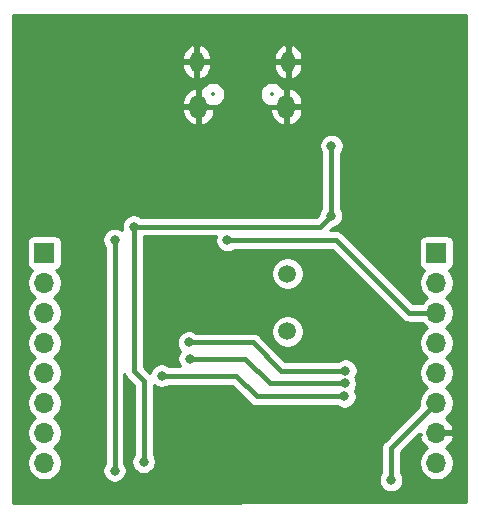
<source format=gbr>
%TF.GenerationSoftware,KiCad,Pcbnew,(5.1.12)-1*%
%TF.CreationDate,2021-12-10T16:35:34+08:00*%
%TF.ProjectId,PDIUSBD12_Module,50444955-5342-4443-9132-5f4d6f64756c,rev?*%
%TF.SameCoordinates,Original*%
%TF.FileFunction,Copper,L2,Bot*%
%TF.FilePolarity,Positive*%
%FSLAX46Y46*%
G04 Gerber Fmt 4.6, Leading zero omitted, Abs format (unit mm)*
G04 Created by KiCad (PCBNEW (5.1.12)-1) date 2021-12-10 16:35:34*
%MOMM*%
%LPD*%
G01*
G04 APERTURE LIST*
%TA.AperFunction,ComponentPad*%
%ADD10C,1.500000*%
%TD*%
%TA.AperFunction,ComponentPad*%
%ADD11O,1.150000X1.800000*%
%TD*%
%TA.AperFunction,ComponentPad*%
%ADD12O,1.450000X2.000000*%
%TD*%
%TA.AperFunction,ComponentPad*%
%ADD13O,1.700000X1.700000*%
%TD*%
%TA.AperFunction,ComponentPad*%
%ADD14R,1.700000X1.700000*%
%TD*%
%TA.AperFunction,ViaPad*%
%ADD15C,0.800000*%
%TD*%
%TA.AperFunction,Conductor*%
%ADD16C,0.400000*%
%TD*%
%TA.AperFunction,Conductor*%
%ADD17C,0.254000*%
%TD*%
%TA.AperFunction,Conductor*%
%ADD18C,0.350000*%
%TD*%
%ADD19C,0.350000*%
%ADD20O,0.550000X1.200000*%
%ADD21O,0.850000X1.400000*%
G04 APERTURE END LIST*
D10*
%TO.P,Y1,2*%
%TO.N,X1*%
X23850600Y15160600D03*
%TO.P,Y1,1*%
%TO.N,X2*%
X23850600Y20040600D03*
%TD*%
D11*
%TO.P,J3,6*%
%TO.N,GND*%
X16165600Y37992600D03*
X23915600Y37992600D03*
D12*
X16315600Y34192600D03*
X23765600Y34192600D03*
%TD*%
D13*
%TO.P,J2,8*%
%TO.N,D7*%
X3276600Y4038600D03*
%TO.P,J2,7*%
%TO.N,D6*%
X3276600Y6578600D03*
%TO.P,J2,6*%
%TO.N,D5*%
X3276600Y9118600D03*
%TO.P,J2,5*%
%TO.N,D4*%
X3276600Y11658600D03*
%TO.P,J2,4*%
%TO.N,D3*%
X3276600Y14198600D03*
%TO.P,J2,3*%
%TO.N,D2*%
X3276600Y16738600D03*
%TO.P,J2,2*%
%TO.N,D1*%
X3276600Y19278600D03*
D14*
%TO.P,J2,1*%
%TO.N,D0*%
X3276600Y21818600D03*
%TD*%
%TO.P,J1,1*%
%TO.N,WR*%
X36474400Y21818600D03*
D13*
%TO.P,J1,2*%
%TO.N,RD*%
X36474400Y19278600D03*
%TO.P,J1,3*%
%TO.N,A0*%
X36474400Y16738600D03*
%TO.P,J1,4*%
%TO.N,INT*%
X36474400Y14198600D03*
%TO.P,J1,5*%
%TO.N,N/C*%
X36474400Y11658600D03*
%TO.P,J1,6*%
%TO.N,+3V3*%
X36474400Y9118600D03*
%TO.P,J1,7*%
%TO.N,GND*%
X36474400Y6578600D03*
%TO.P,J1,8*%
%TO.N,+5V*%
X36474400Y4038600D03*
%TD*%
D15*
%TO.N,GND*%
X27660600Y18161000D03*
X15214600Y17627600D03*
%TO.N,+3V3*%
X9220200Y3378200D03*
X9220200Y22910800D03*
X32639000Y2565400D03*
%TO.N,+5V*%
X11684000Y4114800D03*
X10845800Y24028400D03*
X27584400Y30861000D03*
X27559000Y24968200D03*
%TO.N,INT*%
X13208000Y11404600D03*
X28676600Y9652000D03*
%TO.N,A0*%
X18770600Y22885400D03*
%TO.N,RD*%
X15570200Y12852400D03*
X28702000Y10769600D03*
%TO.N,WR*%
X15519400Y14224000D03*
X28752800Y11836400D03*
%TD*%
D16*
%TO.N,GND*%
X27660600Y18161000D02*
X15748000Y18161000D01*
X15748000Y18161000D02*
X15214600Y17627600D01*
X15214600Y17627600D02*
X15214600Y17627600D01*
%TO.N,+3V3*%
X9220200Y3378200D02*
X9220200Y22910800D01*
X9220200Y22910800D02*
X9220200Y22910800D01*
X32639000Y5283200D02*
X36474400Y9118600D01*
X32639000Y2565400D02*
X32639000Y5283200D01*
%TO.N,+5V*%
X10845800Y24028400D02*
X10845800Y24028400D01*
X27584400Y30861000D02*
X27584400Y30861000D01*
X26619200Y24028400D02*
X27559000Y24968200D01*
X10845800Y24028400D02*
X26619200Y24028400D01*
X27559000Y30835600D02*
X27584400Y30861000D01*
X27559000Y24968200D02*
X27559000Y30835600D01*
X11684000Y10947400D02*
X10845800Y11785600D01*
X11684000Y4114800D02*
X11684000Y10947400D01*
X10845800Y11785600D02*
X10845800Y24028400D01*
%TO.N,INT*%
X13208000Y11404600D02*
X19507200Y11404600D01*
X19507200Y11404600D02*
X21259800Y9652000D01*
X21259800Y9652000D02*
X28676600Y9652000D01*
X28676600Y9652000D02*
X28676600Y9652000D01*
%TO.N,A0*%
X36474400Y16738600D02*
X34112200Y16738600D01*
X27965400Y22885400D02*
X26873200Y22885400D01*
X34112200Y16738600D02*
X27965400Y22885400D01*
X18770600Y22885400D02*
X26873200Y22885400D01*
%TO.N,RD*%
X15570200Y12852400D02*
X20294600Y12852400D01*
X20294600Y12852400D02*
X22377400Y10769600D01*
X22377400Y10769600D02*
X28702000Y10769600D01*
X28702000Y10769600D02*
X28702000Y10769600D01*
%TO.N,WR*%
X15519400Y14224000D02*
X20904200Y14224000D01*
X20904200Y14224000D02*
X23291800Y11836400D01*
X23291800Y11836400D02*
X28752800Y11836400D01*
X28752800Y11836400D02*
X28752800Y11836400D01*
%TD*%
D17*
%TO.N,GND*%
X38963607Y684976D02*
X660000Y660423D01*
X660000Y22668600D01*
X1788528Y22668600D01*
X1788528Y20968600D01*
X1800788Y20844118D01*
X1837098Y20724420D01*
X1896063Y20614106D01*
X1975415Y20517415D01*
X2072106Y20438063D01*
X2182420Y20379098D01*
X2254980Y20357087D01*
X2123125Y20225232D01*
X1960610Y19982011D01*
X1848668Y19711758D01*
X1791600Y19424860D01*
X1791600Y19132340D01*
X1848668Y18845442D01*
X1960610Y18575189D01*
X2123125Y18331968D01*
X2329968Y18125125D01*
X2504360Y18008600D01*
X2329968Y17892075D01*
X2123125Y17685232D01*
X1960610Y17442011D01*
X1848668Y17171758D01*
X1791600Y16884860D01*
X1791600Y16592340D01*
X1848668Y16305442D01*
X1960610Y16035189D01*
X2123125Y15791968D01*
X2329968Y15585125D01*
X2504360Y15468600D01*
X2329968Y15352075D01*
X2123125Y15145232D01*
X1960610Y14902011D01*
X1848668Y14631758D01*
X1791600Y14344860D01*
X1791600Y14052340D01*
X1848668Y13765442D01*
X1960610Y13495189D01*
X2123125Y13251968D01*
X2329968Y13045125D01*
X2504360Y12928600D01*
X2329968Y12812075D01*
X2123125Y12605232D01*
X1960610Y12362011D01*
X1848668Y12091758D01*
X1791600Y11804860D01*
X1791600Y11512340D01*
X1848668Y11225442D01*
X1960610Y10955189D01*
X2123125Y10711968D01*
X2329968Y10505125D01*
X2504360Y10388600D01*
X2329968Y10272075D01*
X2123125Y10065232D01*
X1960610Y9822011D01*
X1848668Y9551758D01*
X1791600Y9264860D01*
X1791600Y8972340D01*
X1848668Y8685442D01*
X1960610Y8415189D01*
X2123125Y8171968D01*
X2329968Y7965125D01*
X2504360Y7848600D01*
X2329968Y7732075D01*
X2123125Y7525232D01*
X1960610Y7282011D01*
X1848668Y7011758D01*
X1791600Y6724860D01*
X1791600Y6432340D01*
X1848668Y6145442D01*
X1960610Y5875189D01*
X2123125Y5631968D01*
X2329968Y5425125D01*
X2504360Y5308600D01*
X2329968Y5192075D01*
X2123125Y4985232D01*
X1960610Y4742011D01*
X1848668Y4471758D01*
X1791600Y4184860D01*
X1791600Y3892340D01*
X1848668Y3605442D01*
X1960610Y3335189D01*
X2123125Y3091968D01*
X2329968Y2885125D01*
X2573189Y2722610D01*
X2843442Y2610668D01*
X3130340Y2553600D01*
X3422860Y2553600D01*
X3709758Y2610668D01*
X3980011Y2722610D01*
X4223232Y2885125D01*
X4430075Y3091968D01*
X4592590Y3335189D01*
X4704532Y3605442D01*
X4761600Y3892340D01*
X4761600Y4184860D01*
X4704532Y4471758D01*
X4592590Y4742011D01*
X4430075Y4985232D01*
X4223232Y5192075D01*
X4048840Y5308600D01*
X4223232Y5425125D01*
X4430075Y5631968D01*
X4592590Y5875189D01*
X4704532Y6145442D01*
X4761600Y6432340D01*
X4761600Y6724860D01*
X4704532Y7011758D01*
X4592590Y7282011D01*
X4430075Y7525232D01*
X4223232Y7732075D01*
X4048840Y7848600D01*
X4223232Y7965125D01*
X4430075Y8171968D01*
X4592590Y8415189D01*
X4704532Y8685442D01*
X4761600Y8972340D01*
X4761600Y9264860D01*
X4704532Y9551758D01*
X4592590Y9822011D01*
X4430075Y10065232D01*
X4223232Y10272075D01*
X4048840Y10388600D01*
X4223232Y10505125D01*
X4430075Y10711968D01*
X4592590Y10955189D01*
X4704532Y11225442D01*
X4761600Y11512340D01*
X4761600Y11804860D01*
X4704532Y12091758D01*
X4592590Y12362011D01*
X4430075Y12605232D01*
X4223232Y12812075D01*
X4048840Y12928600D01*
X4223232Y13045125D01*
X4430075Y13251968D01*
X4592590Y13495189D01*
X4704532Y13765442D01*
X4761600Y14052340D01*
X4761600Y14344860D01*
X4704532Y14631758D01*
X4592590Y14902011D01*
X4430075Y15145232D01*
X4223232Y15352075D01*
X4048840Y15468600D01*
X4223232Y15585125D01*
X4430075Y15791968D01*
X4592590Y16035189D01*
X4704532Y16305442D01*
X4761600Y16592340D01*
X4761600Y16884860D01*
X4704532Y17171758D01*
X4592590Y17442011D01*
X4430075Y17685232D01*
X4223232Y17892075D01*
X4048840Y18008600D01*
X4223232Y18125125D01*
X4430075Y18331968D01*
X4592590Y18575189D01*
X4704532Y18845442D01*
X4761600Y19132340D01*
X4761600Y19424860D01*
X4704532Y19711758D01*
X4592590Y19982011D01*
X4430075Y20225232D01*
X4298220Y20357087D01*
X4370780Y20379098D01*
X4481094Y20438063D01*
X4577785Y20517415D01*
X4657137Y20614106D01*
X4716102Y20724420D01*
X4752412Y20844118D01*
X4764672Y20968600D01*
X4764672Y22668600D01*
X4752412Y22793082D01*
X4716102Y22912780D01*
X4662672Y23012739D01*
X8185200Y23012739D01*
X8185200Y22808861D01*
X8224974Y22608902D01*
X8302995Y22420544D01*
X8385201Y22297514D01*
X8385200Y3991485D01*
X8302995Y3868456D01*
X8224974Y3680098D01*
X8185200Y3480139D01*
X8185200Y3276261D01*
X8224974Y3076302D01*
X8302995Y2887944D01*
X8416263Y2718426D01*
X8560426Y2574263D01*
X8729944Y2460995D01*
X8918302Y2382974D01*
X9118261Y2343200D01*
X9322139Y2343200D01*
X9522098Y2382974D01*
X9710456Y2460995D01*
X9879974Y2574263D01*
X10024137Y2718426D01*
X10137405Y2887944D01*
X10215426Y3076302D01*
X10255200Y3276261D01*
X10255200Y3480139D01*
X10215426Y3680098D01*
X10137405Y3868456D01*
X10055200Y3991485D01*
X10055200Y11515373D01*
X10070628Y11464514D01*
X10148164Y11319455D01*
X10252509Y11192309D01*
X10284378Y11166155D01*
X10849001Y10601531D01*
X10849000Y4728085D01*
X10766795Y4605056D01*
X10688774Y4416698D01*
X10649000Y4216739D01*
X10649000Y4012861D01*
X10688774Y3812902D01*
X10766795Y3624544D01*
X10880063Y3455026D01*
X11024226Y3310863D01*
X11193744Y3197595D01*
X11382102Y3119574D01*
X11582061Y3079800D01*
X11785939Y3079800D01*
X11985898Y3119574D01*
X12174256Y3197595D01*
X12343774Y3310863D01*
X12487937Y3455026D01*
X12601205Y3624544D01*
X12679226Y3812902D01*
X12719000Y4012861D01*
X12719000Y4216739D01*
X12679226Y4416698D01*
X12601205Y4605056D01*
X12519000Y4728085D01*
X12519000Y10629889D01*
X12548226Y10600663D01*
X12717744Y10487395D01*
X12906102Y10409374D01*
X13106061Y10369600D01*
X13309939Y10369600D01*
X13509898Y10409374D01*
X13698256Y10487395D01*
X13821285Y10569600D01*
X19161333Y10569600D01*
X20640363Y9090568D01*
X20666509Y9058709D01*
X20793654Y8954364D01*
X20938713Y8876828D01*
X21096111Y8829082D01*
X21218781Y8817000D01*
X21218782Y8817000D01*
X21259800Y8812960D01*
X21300818Y8817000D01*
X28063315Y8817000D01*
X28186344Y8734795D01*
X28374702Y8656774D01*
X28574661Y8617000D01*
X28778539Y8617000D01*
X28978498Y8656774D01*
X29166856Y8734795D01*
X29336374Y8848063D01*
X29480537Y8992226D01*
X29593805Y9161744D01*
X29671826Y9350102D01*
X29711600Y9550061D01*
X29711600Y9753939D01*
X29671826Y9953898D01*
X29593805Y10142256D01*
X29560705Y10191793D01*
X29619205Y10279344D01*
X29697226Y10467702D01*
X29737000Y10667661D01*
X29737000Y10871539D01*
X29697226Y11071498D01*
X29619205Y11259856D01*
X29615777Y11264986D01*
X29670005Y11346144D01*
X29748026Y11534502D01*
X29787800Y11734461D01*
X29787800Y11938339D01*
X29748026Y12138298D01*
X29670005Y12326656D01*
X29556737Y12496174D01*
X29412574Y12640337D01*
X29243056Y12753605D01*
X29054698Y12831626D01*
X28854739Y12871400D01*
X28650861Y12871400D01*
X28450902Y12831626D01*
X28262544Y12753605D01*
X28139515Y12671400D01*
X23637668Y12671400D01*
X21523646Y14785421D01*
X21497491Y14817291D01*
X21370346Y14921636D01*
X21225287Y14999172D01*
X21067889Y15046918D01*
X20945219Y15059000D01*
X20945218Y15059000D01*
X20904200Y15063040D01*
X20863182Y15059000D01*
X16132685Y15059000D01*
X16009656Y15141205D01*
X15821298Y15219226D01*
X15621339Y15259000D01*
X15417461Y15259000D01*
X15217502Y15219226D01*
X15029144Y15141205D01*
X14859626Y15027937D01*
X14715463Y14883774D01*
X14602195Y14714256D01*
X14524174Y14525898D01*
X14484400Y14325939D01*
X14484400Y14122061D01*
X14524174Y13922102D01*
X14602195Y13733744D01*
X14715463Y13564226D01*
X14766889Y13512800D01*
X14766263Y13512174D01*
X14652995Y13342656D01*
X14574974Y13154298D01*
X14535200Y12954339D01*
X14535200Y12750461D01*
X14574974Y12550502D01*
X14652995Y12362144D01*
X14734876Y12239600D01*
X13821285Y12239600D01*
X13698256Y12321805D01*
X13509898Y12399826D01*
X13309939Y12439600D01*
X13106061Y12439600D01*
X12906102Y12399826D01*
X12717744Y12321805D01*
X12548226Y12208537D01*
X12404063Y12064374D01*
X12290795Y11894856D01*
X12212774Y11706498D01*
X12195021Y11617248D01*
X11680800Y12131468D01*
X11680800Y15297011D01*
X22465600Y15297011D01*
X22465600Y15024189D01*
X22518825Y14756611D01*
X22623229Y14504557D01*
X22774801Y14277714D01*
X22967714Y14084801D01*
X23194557Y13933229D01*
X23446611Y13828825D01*
X23714189Y13775600D01*
X23987011Y13775600D01*
X24254589Y13828825D01*
X24506643Y13933229D01*
X24733486Y14084801D01*
X24926399Y14277714D01*
X25077971Y14504557D01*
X25182375Y14756611D01*
X25235600Y15024189D01*
X25235600Y15297011D01*
X25182375Y15564589D01*
X25077971Y15816643D01*
X24926399Y16043486D01*
X24733486Y16236399D01*
X24506643Y16387971D01*
X24254589Y16492375D01*
X23987011Y16545600D01*
X23714189Y16545600D01*
X23446611Y16492375D01*
X23194557Y16387971D01*
X22967714Y16236399D01*
X22774801Y16043486D01*
X22623229Y15816643D01*
X22518825Y15564589D01*
X22465600Y15297011D01*
X11680800Y15297011D01*
X11680800Y20177011D01*
X22465600Y20177011D01*
X22465600Y19904189D01*
X22518825Y19636611D01*
X22623229Y19384557D01*
X22774801Y19157714D01*
X22967714Y18964801D01*
X23194557Y18813229D01*
X23446611Y18708825D01*
X23714189Y18655600D01*
X23987011Y18655600D01*
X24254589Y18708825D01*
X24506643Y18813229D01*
X24733486Y18964801D01*
X24926399Y19157714D01*
X25077971Y19384557D01*
X25182375Y19636611D01*
X25235600Y19904189D01*
X25235600Y20177011D01*
X25182375Y20444589D01*
X25077971Y20696643D01*
X24926399Y20923486D01*
X24733486Y21116399D01*
X24506643Y21267971D01*
X24254589Y21372375D01*
X23987011Y21425600D01*
X23714189Y21425600D01*
X23446611Y21372375D01*
X23194557Y21267971D01*
X22967714Y21116399D01*
X22774801Y20923486D01*
X22623229Y20696643D01*
X22518825Y20444589D01*
X22465600Y20177011D01*
X11680800Y20177011D01*
X11680800Y23193400D01*
X17777902Y23193400D01*
X17775374Y23187298D01*
X17735600Y22987339D01*
X17735600Y22783461D01*
X17775374Y22583502D01*
X17853395Y22395144D01*
X17966663Y22225626D01*
X18110826Y22081463D01*
X18280344Y21968195D01*
X18468702Y21890174D01*
X18668661Y21850400D01*
X18872539Y21850400D01*
X19072498Y21890174D01*
X19260856Y21968195D01*
X19383885Y22050400D01*
X27619533Y22050400D01*
X33492763Y16177168D01*
X33518909Y16145309D01*
X33550768Y16119163D01*
X33550770Y16119161D01*
X33646054Y16040964D01*
X33791113Y15963428D01*
X33948511Y15915682D01*
X34112200Y15899560D01*
X34153218Y15903600D01*
X35246335Y15903600D01*
X35320925Y15791968D01*
X35527768Y15585125D01*
X35702160Y15468600D01*
X35527768Y15352075D01*
X35320925Y15145232D01*
X35158410Y14902011D01*
X35046468Y14631758D01*
X34989400Y14344860D01*
X34989400Y14052340D01*
X35046468Y13765442D01*
X35158410Y13495189D01*
X35320925Y13251968D01*
X35527768Y13045125D01*
X35702160Y12928600D01*
X35527768Y12812075D01*
X35320925Y12605232D01*
X35158410Y12362011D01*
X35046468Y12091758D01*
X34989400Y11804860D01*
X34989400Y11512340D01*
X35046468Y11225442D01*
X35158410Y10955189D01*
X35320925Y10711968D01*
X35527768Y10505125D01*
X35702160Y10388600D01*
X35527768Y10272075D01*
X35320925Y10065232D01*
X35158410Y9822011D01*
X35046468Y9551758D01*
X34989400Y9264860D01*
X34989400Y8972340D01*
X35015593Y8840661D01*
X32077574Y5902641D01*
X32045710Y5876491D01*
X32019562Y5844629D01*
X31941364Y5749345D01*
X31863828Y5604286D01*
X31816082Y5446888D01*
X31799960Y5283200D01*
X31804001Y5242172D01*
X31804000Y3178685D01*
X31721795Y3055656D01*
X31643774Y2867298D01*
X31604000Y2667339D01*
X31604000Y2463461D01*
X31643774Y2263502D01*
X31721795Y2075144D01*
X31835063Y1905626D01*
X31979226Y1761463D01*
X32148744Y1648195D01*
X32337102Y1570174D01*
X32537061Y1530400D01*
X32740939Y1530400D01*
X32940898Y1570174D01*
X33129256Y1648195D01*
X33298774Y1761463D01*
X33442937Y1905626D01*
X33556205Y2075144D01*
X33634226Y2263502D01*
X33674000Y2463461D01*
X33674000Y2667339D01*
X33634226Y2867298D01*
X33556205Y3055656D01*
X33474000Y3178685D01*
X33474000Y4937333D01*
X34989400Y6452732D01*
X34989400Y6451598D01*
X35154244Y6451598D01*
X35032924Y6221710D01*
X35077575Y6074501D01*
X35202759Y5811680D01*
X35376812Y5578331D01*
X35593045Y5383422D01*
X35709934Y5313795D01*
X35527768Y5192075D01*
X35320925Y4985232D01*
X35158410Y4742011D01*
X35046468Y4471758D01*
X34989400Y4184860D01*
X34989400Y3892340D01*
X35046468Y3605442D01*
X35158410Y3335189D01*
X35320925Y3091968D01*
X35527768Y2885125D01*
X35770989Y2722610D01*
X36041242Y2610668D01*
X36328140Y2553600D01*
X36620660Y2553600D01*
X36907558Y2610668D01*
X37177811Y2722610D01*
X37421032Y2885125D01*
X37627875Y3091968D01*
X37790390Y3335189D01*
X37902332Y3605442D01*
X37959400Y3892340D01*
X37959400Y4184860D01*
X37902332Y4471758D01*
X37790390Y4742011D01*
X37627875Y4985232D01*
X37421032Y5192075D01*
X37238866Y5313795D01*
X37355755Y5383422D01*
X37571988Y5578331D01*
X37746041Y5811680D01*
X37871225Y6074501D01*
X37915876Y6221710D01*
X37794555Y6451600D01*
X36601400Y6451600D01*
X36601400Y6431600D01*
X36347400Y6431600D01*
X36347400Y6451600D01*
X36327400Y6451600D01*
X36327400Y6705600D01*
X36347400Y6705600D01*
X36347400Y6725600D01*
X36601400Y6725600D01*
X36601400Y6705600D01*
X37794555Y6705600D01*
X37915876Y6935490D01*
X37871225Y7082699D01*
X37746041Y7345520D01*
X37571988Y7578869D01*
X37355755Y7773778D01*
X37238866Y7843405D01*
X37421032Y7965125D01*
X37627875Y8171968D01*
X37790390Y8415189D01*
X37902332Y8685442D01*
X37959400Y8972340D01*
X37959400Y9264860D01*
X37902332Y9551758D01*
X37790390Y9822011D01*
X37627875Y10065232D01*
X37421032Y10272075D01*
X37246640Y10388600D01*
X37421032Y10505125D01*
X37627875Y10711968D01*
X37790390Y10955189D01*
X37902332Y11225442D01*
X37959400Y11512340D01*
X37959400Y11804860D01*
X37902332Y12091758D01*
X37790390Y12362011D01*
X37627875Y12605232D01*
X37421032Y12812075D01*
X37246640Y12928600D01*
X37421032Y13045125D01*
X37627875Y13251968D01*
X37790390Y13495189D01*
X37902332Y13765442D01*
X37959400Y14052340D01*
X37959400Y14344860D01*
X37902332Y14631758D01*
X37790390Y14902011D01*
X37627875Y15145232D01*
X37421032Y15352075D01*
X37246640Y15468600D01*
X37421032Y15585125D01*
X37627875Y15791968D01*
X37790390Y16035189D01*
X37902332Y16305442D01*
X37959400Y16592340D01*
X37959400Y16884860D01*
X37902332Y17171758D01*
X37790390Y17442011D01*
X37627875Y17685232D01*
X37421032Y17892075D01*
X37246640Y18008600D01*
X37421032Y18125125D01*
X37627875Y18331968D01*
X37790390Y18575189D01*
X37902332Y18845442D01*
X37959400Y19132340D01*
X37959400Y19424860D01*
X37902332Y19711758D01*
X37790390Y19982011D01*
X37627875Y20225232D01*
X37496020Y20357087D01*
X37568580Y20379098D01*
X37678894Y20438063D01*
X37775585Y20517415D01*
X37854937Y20614106D01*
X37913902Y20724420D01*
X37950212Y20844118D01*
X37962472Y20968600D01*
X37962472Y22668600D01*
X37950212Y22793082D01*
X37913902Y22912780D01*
X37854937Y23023094D01*
X37775585Y23119785D01*
X37678894Y23199137D01*
X37568580Y23258102D01*
X37448882Y23294412D01*
X37324400Y23306672D01*
X35624400Y23306672D01*
X35499918Y23294412D01*
X35380220Y23258102D01*
X35269906Y23199137D01*
X35173215Y23119785D01*
X35093863Y23023094D01*
X35034898Y22912780D01*
X34998588Y22793082D01*
X34986328Y22668600D01*
X34986328Y20968600D01*
X34998588Y20844118D01*
X35034898Y20724420D01*
X35093863Y20614106D01*
X35173215Y20517415D01*
X35269906Y20438063D01*
X35380220Y20379098D01*
X35452780Y20357087D01*
X35320925Y20225232D01*
X35158410Y19982011D01*
X35046468Y19711758D01*
X34989400Y19424860D01*
X34989400Y19132340D01*
X35046468Y18845442D01*
X35158410Y18575189D01*
X35320925Y18331968D01*
X35527768Y18125125D01*
X35702160Y18008600D01*
X35527768Y17892075D01*
X35320925Y17685232D01*
X35246335Y17573600D01*
X34458069Y17573600D01*
X28584846Y23446821D01*
X28558691Y23478691D01*
X28431546Y23583036D01*
X28286487Y23660572D01*
X28129089Y23708318D01*
X28006419Y23720400D01*
X28006418Y23720400D01*
X27965400Y23724440D01*
X27924382Y23720400D01*
X27492068Y23720400D01*
X27715776Y23944108D01*
X27860898Y23972974D01*
X28049256Y24050995D01*
X28218774Y24164263D01*
X28362937Y24308426D01*
X28476205Y24477944D01*
X28554226Y24666302D01*
X28594000Y24866261D01*
X28594000Y25070139D01*
X28554226Y25270098D01*
X28476205Y25458456D01*
X28394000Y25581485D01*
X28394000Y30209701D01*
X28501605Y30370744D01*
X28579626Y30559102D01*
X28619400Y30759061D01*
X28619400Y30962939D01*
X28579626Y31162898D01*
X28501605Y31351256D01*
X28388337Y31520774D01*
X28244174Y31664937D01*
X28074656Y31778205D01*
X27886298Y31856226D01*
X27686339Y31896000D01*
X27482461Y31896000D01*
X27282502Y31856226D01*
X27094144Y31778205D01*
X26924626Y31664937D01*
X26780463Y31520774D01*
X26667195Y31351256D01*
X26589174Y31162898D01*
X26549400Y30962939D01*
X26549400Y30759061D01*
X26589174Y30559102D01*
X26667195Y30370744D01*
X26724001Y30285728D01*
X26724000Y25581485D01*
X26641795Y25458456D01*
X26563774Y25270098D01*
X26534908Y25124976D01*
X26273332Y24863400D01*
X11459085Y24863400D01*
X11336056Y24945605D01*
X11147698Y25023626D01*
X10947739Y25063400D01*
X10743861Y25063400D01*
X10543902Y25023626D01*
X10355544Y24945605D01*
X10186026Y24832337D01*
X10041863Y24688174D01*
X9928595Y24518656D01*
X9850574Y24330298D01*
X9810800Y24130339D01*
X9810800Y23926461D01*
X9848766Y23735589D01*
X9710456Y23828005D01*
X9522098Y23906026D01*
X9322139Y23945800D01*
X9118261Y23945800D01*
X8918302Y23906026D01*
X8729944Y23828005D01*
X8560426Y23714737D01*
X8416263Y23570574D01*
X8302995Y23401056D01*
X8224974Y23212698D01*
X8185200Y23012739D01*
X4662672Y23012739D01*
X4657137Y23023094D01*
X4577785Y23119785D01*
X4481094Y23199137D01*
X4370780Y23258102D01*
X4251082Y23294412D01*
X4126600Y23306672D01*
X2426600Y23306672D01*
X2302118Y23294412D01*
X2182420Y23258102D01*
X2072106Y23199137D01*
X1975415Y23119785D01*
X1896063Y23023094D01*
X1837098Y22912780D01*
X1800788Y22793082D01*
X1788528Y22668600D01*
X660000Y22668600D01*
X660000Y34065600D01*
X14955600Y34065600D01*
X14955600Y33790600D01*
X15006508Y33527717D01*
X15107724Y33279817D01*
X15255358Y33056427D01*
X15443737Y32866131D01*
X15665621Y32716243D01*
X15912483Y32612522D01*
X15978342Y32600081D01*
X16188600Y32723082D01*
X16188600Y34065600D01*
X16442600Y34065600D01*
X16442600Y32723082D01*
X16652858Y32600081D01*
X16718717Y32612522D01*
X16965579Y32716243D01*
X17187463Y32866131D01*
X17375842Y33056427D01*
X17523476Y33279817D01*
X17624692Y33527717D01*
X17675600Y33790600D01*
X17675600Y34065600D01*
X22405600Y34065600D01*
X22405600Y33790600D01*
X22456508Y33527717D01*
X22557724Y33279817D01*
X22705358Y33056427D01*
X22893737Y32866131D01*
X23115621Y32716243D01*
X23362483Y32612522D01*
X23428342Y32600081D01*
X23638600Y32723082D01*
X23638600Y34065600D01*
X23892600Y34065600D01*
X23892600Y32723082D01*
X24102858Y32600081D01*
X24168717Y32612522D01*
X24415579Y32716243D01*
X24637463Y32866131D01*
X24825842Y33056427D01*
X24973476Y33279817D01*
X25074692Y33527717D01*
X25125600Y33790600D01*
X25125600Y34065600D01*
X23892600Y34065600D01*
X23638600Y34065600D01*
X22405600Y34065600D01*
X17675600Y34065600D01*
X16442600Y34065600D01*
X16188600Y34065600D01*
X14955600Y34065600D01*
X660000Y34065600D01*
X660000Y34594600D01*
X14955600Y34594600D01*
X14955600Y34319600D01*
X16188600Y34319600D01*
X16188600Y35662118D01*
X16442600Y35662118D01*
X16442600Y34319600D01*
X17064334Y34319600D01*
X17238702Y34247374D01*
X17438661Y34207600D01*
X17642539Y34207600D01*
X17842498Y34247374D01*
X18030856Y34325395D01*
X18200374Y34438663D01*
X18344537Y34582826D01*
X18457805Y34752344D01*
X18535826Y34940702D01*
X18575600Y35140661D01*
X18575600Y35344539D01*
X21505600Y35344539D01*
X21505600Y35140661D01*
X21545374Y34940702D01*
X21623395Y34752344D01*
X21736663Y34582826D01*
X21880826Y34438663D01*
X22050344Y34325395D01*
X22238702Y34247374D01*
X22438661Y34207600D01*
X22642539Y34207600D01*
X22842498Y34247374D01*
X23016866Y34319600D01*
X23638600Y34319600D01*
X23638600Y35662118D01*
X23892600Y35662118D01*
X23892600Y34319600D01*
X25125600Y34319600D01*
X25125600Y34594600D01*
X25074692Y34857483D01*
X24973476Y35105383D01*
X24825842Y35328773D01*
X24637463Y35519069D01*
X24415579Y35668957D01*
X24168717Y35772678D01*
X24102858Y35785119D01*
X23892600Y35662118D01*
X23638600Y35662118D01*
X23428342Y35785119D01*
X23423496Y35784204D01*
X23344537Y35902374D01*
X23200374Y36046537D01*
X23030856Y36159805D01*
X22842498Y36237826D01*
X22642539Y36277600D01*
X22438661Y36277600D01*
X22238702Y36237826D01*
X22050344Y36159805D01*
X21880826Y36046537D01*
X21736663Y35902374D01*
X21623395Y35732856D01*
X21545374Y35544498D01*
X21505600Y35344539D01*
X18575600Y35344539D01*
X18535826Y35544498D01*
X18457805Y35732856D01*
X18344537Y35902374D01*
X18200374Y36046537D01*
X18030856Y36159805D01*
X17842498Y36237826D01*
X17642539Y36277600D01*
X17438661Y36277600D01*
X17238702Y36237826D01*
X17050344Y36159805D01*
X16880826Y36046537D01*
X16736663Y35902374D01*
X16657704Y35784204D01*
X16652858Y35785119D01*
X16442600Y35662118D01*
X16188600Y35662118D01*
X15978342Y35785119D01*
X15912483Y35772678D01*
X15665621Y35668957D01*
X15443737Y35519069D01*
X15255358Y35328773D01*
X15107724Y35105383D01*
X15006508Y34857483D01*
X14955600Y34594600D01*
X660000Y34594600D01*
X660000Y37865600D01*
X14955600Y37865600D01*
X14955600Y37540600D01*
X15003626Y37306981D01*
X15096306Y37087220D01*
X15230079Y36889763D01*
X15399803Y36722198D01*
X15598956Y36590964D01*
X15819885Y36501104D01*
X15851923Y36498965D01*
X16038600Y36624050D01*
X16038600Y37865600D01*
X16292600Y37865600D01*
X16292600Y36624050D01*
X16479277Y36498965D01*
X16511315Y36501104D01*
X16732244Y36590964D01*
X16931397Y36722198D01*
X17101121Y36889763D01*
X17234894Y37087220D01*
X17327574Y37306981D01*
X17375600Y37540600D01*
X17375600Y37865600D01*
X22705600Y37865600D01*
X22705600Y37540600D01*
X22753626Y37306981D01*
X22846306Y37087220D01*
X22980079Y36889763D01*
X23149803Y36722198D01*
X23348956Y36590964D01*
X23569885Y36501104D01*
X23601923Y36498965D01*
X23788600Y36624050D01*
X23788600Y37865600D01*
X24042600Y37865600D01*
X24042600Y36624050D01*
X24229277Y36498965D01*
X24261315Y36501104D01*
X24482244Y36590964D01*
X24681397Y36722198D01*
X24851121Y36889763D01*
X24984894Y37087220D01*
X25077574Y37306981D01*
X25125600Y37540600D01*
X25125600Y37865600D01*
X24042600Y37865600D01*
X23788600Y37865600D01*
X22705600Y37865600D01*
X17375600Y37865600D01*
X16292600Y37865600D01*
X16038600Y37865600D01*
X14955600Y37865600D01*
X660000Y37865600D01*
X660000Y38444600D01*
X14955600Y38444600D01*
X14955600Y38119600D01*
X16038600Y38119600D01*
X16038600Y39361150D01*
X16292600Y39361150D01*
X16292600Y38119600D01*
X17375600Y38119600D01*
X17375600Y38444600D01*
X22705600Y38444600D01*
X22705600Y38119600D01*
X23788600Y38119600D01*
X23788600Y39361150D01*
X24042600Y39361150D01*
X24042600Y38119600D01*
X25125600Y38119600D01*
X25125600Y38444600D01*
X25077574Y38678219D01*
X24984894Y38897980D01*
X24851121Y39095437D01*
X24681397Y39263002D01*
X24482244Y39394236D01*
X24261315Y39484096D01*
X24229277Y39486235D01*
X24042600Y39361150D01*
X23788600Y39361150D01*
X23601923Y39486235D01*
X23569885Y39484096D01*
X23348956Y39394236D01*
X23149803Y39263002D01*
X22980079Y39095437D01*
X22846306Y38897980D01*
X22753626Y38678219D01*
X22705600Y38444600D01*
X17375600Y38444600D01*
X17327574Y38678219D01*
X17234894Y38897980D01*
X17101121Y39095437D01*
X16931397Y39263002D01*
X16732244Y39394236D01*
X16511315Y39484096D01*
X16479277Y39486235D01*
X16292600Y39361150D01*
X16038600Y39361150D01*
X15851923Y39486235D01*
X15819885Y39484096D01*
X15598956Y39394236D01*
X15399803Y39263002D01*
X15230079Y39095437D01*
X15096306Y38897980D01*
X15003626Y38678219D01*
X14955600Y38444600D01*
X660000Y38444600D01*
X660000Y41986600D01*
X38938993Y41986600D01*
X38963607Y684976D01*
%TA.AperFunction,Conductor*%
D18*
G36*
X38963607Y684976D02*
G01*
X660000Y660423D01*
X660000Y22668600D01*
X1788528Y22668600D01*
X1788528Y20968600D01*
X1800788Y20844118D01*
X1837098Y20724420D01*
X1896063Y20614106D01*
X1975415Y20517415D01*
X2072106Y20438063D01*
X2182420Y20379098D01*
X2254980Y20357087D01*
X2123125Y20225232D01*
X1960610Y19982011D01*
X1848668Y19711758D01*
X1791600Y19424860D01*
X1791600Y19132340D01*
X1848668Y18845442D01*
X1960610Y18575189D01*
X2123125Y18331968D01*
X2329968Y18125125D01*
X2504360Y18008600D01*
X2329968Y17892075D01*
X2123125Y17685232D01*
X1960610Y17442011D01*
X1848668Y17171758D01*
X1791600Y16884860D01*
X1791600Y16592340D01*
X1848668Y16305442D01*
X1960610Y16035189D01*
X2123125Y15791968D01*
X2329968Y15585125D01*
X2504360Y15468600D01*
X2329968Y15352075D01*
X2123125Y15145232D01*
X1960610Y14902011D01*
X1848668Y14631758D01*
X1791600Y14344860D01*
X1791600Y14052340D01*
X1848668Y13765442D01*
X1960610Y13495189D01*
X2123125Y13251968D01*
X2329968Y13045125D01*
X2504360Y12928600D01*
X2329968Y12812075D01*
X2123125Y12605232D01*
X1960610Y12362011D01*
X1848668Y12091758D01*
X1791600Y11804860D01*
X1791600Y11512340D01*
X1848668Y11225442D01*
X1960610Y10955189D01*
X2123125Y10711968D01*
X2329968Y10505125D01*
X2504360Y10388600D01*
X2329968Y10272075D01*
X2123125Y10065232D01*
X1960610Y9822011D01*
X1848668Y9551758D01*
X1791600Y9264860D01*
X1791600Y8972340D01*
X1848668Y8685442D01*
X1960610Y8415189D01*
X2123125Y8171968D01*
X2329968Y7965125D01*
X2504360Y7848600D01*
X2329968Y7732075D01*
X2123125Y7525232D01*
X1960610Y7282011D01*
X1848668Y7011758D01*
X1791600Y6724860D01*
X1791600Y6432340D01*
X1848668Y6145442D01*
X1960610Y5875189D01*
X2123125Y5631968D01*
X2329968Y5425125D01*
X2504360Y5308600D01*
X2329968Y5192075D01*
X2123125Y4985232D01*
X1960610Y4742011D01*
X1848668Y4471758D01*
X1791600Y4184860D01*
X1791600Y3892340D01*
X1848668Y3605442D01*
X1960610Y3335189D01*
X2123125Y3091968D01*
X2329968Y2885125D01*
X2573189Y2722610D01*
X2843442Y2610668D01*
X3130340Y2553600D01*
X3422860Y2553600D01*
X3709758Y2610668D01*
X3980011Y2722610D01*
X4223232Y2885125D01*
X4430075Y3091968D01*
X4592590Y3335189D01*
X4704532Y3605442D01*
X4761600Y3892340D01*
X4761600Y4184860D01*
X4704532Y4471758D01*
X4592590Y4742011D01*
X4430075Y4985232D01*
X4223232Y5192075D01*
X4048840Y5308600D01*
X4223232Y5425125D01*
X4430075Y5631968D01*
X4592590Y5875189D01*
X4704532Y6145442D01*
X4761600Y6432340D01*
X4761600Y6724860D01*
X4704532Y7011758D01*
X4592590Y7282011D01*
X4430075Y7525232D01*
X4223232Y7732075D01*
X4048840Y7848600D01*
X4223232Y7965125D01*
X4430075Y8171968D01*
X4592590Y8415189D01*
X4704532Y8685442D01*
X4761600Y8972340D01*
X4761600Y9264860D01*
X4704532Y9551758D01*
X4592590Y9822011D01*
X4430075Y10065232D01*
X4223232Y10272075D01*
X4048840Y10388600D01*
X4223232Y10505125D01*
X4430075Y10711968D01*
X4592590Y10955189D01*
X4704532Y11225442D01*
X4761600Y11512340D01*
X4761600Y11804860D01*
X4704532Y12091758D01*
X4592590Y12362011D01*
X4430075Y12605232D01*
X4223232Y12812075D01*
X4048840Y12928600D01*
X4223232Y13045125D01*
X4430075Y13251968D01*
X4592590Y13495189D01*
X4704532Y13765442D01*
X4761600Y14052340D01*
X4761600Y14344860D01*
X4704532Y14631758D01*
X4592590Y14902011D01*
X4430075Y15145232D01*
X4223232Y15352075D01*
X4048840Y15468600D01*
X4223232Y15585125D01*
X4430075Y15791968D01*
X4592590Y16035189D01*
X4704532Y16305442D01*
X4761600Y16592340D01*
X4761600Y16884860D01*
X4704532Y17171758D01*
X4592590Y17442011D01*
X4430075Y17685232D01*
X4223232Y17892075D01*
X4048840Y18008600D01*
X4223232Y18125125D01*
X4430075Y18331968D01*
X4592590Y18575189D01*
X4704532Y18845442D01*
X4761600Y19132340D01*
X4761600Y19424860D01*
X4704532Y19711758D01*
X4592590Y19982011D01*
X4430075Y20225232D01*
X4298220Y20357087D01*
X4370780Y20379098D01*
X4481094Y20438063D01*
X4577785Y20517415D01*
X4657137Y20614106D01*
X4716102Y20724420D01*
X4752412Y20844118D01*
X4764672Y20968600D01*
X4764672Y22668600D01*
X4752412Y22793082D01*
X4716102Y22912780D01*
X4662672Y23012739D01*
X8185200Y23012739D01*
X8185200Y22808861D01*
X8224974Y22608902D01*
X8302995Y22420544D01*
X8385201Y22297514D01*
X8385200Y3991485D01*
X8302995Y3868456D01*
X8224974Y3680098D01*
X8185200Y3480139D01*
X8185200Y3276261D01*
X8224974Y3076302D01*
X8302995Y2887944D01*
X8416263Y2718426D01*
X8560426Y2574263D01*
X8729944Y2460995D01*
X8918302Y2382974D01*
X9118261Y2343200D01*
X9322139Y2343200D01*
X9522098Y2382974D01*
X9710456Y2460995D01*
X9879974Y2574263D01*
X10024137Y2718426D01*
X10137405Y2887944D01*
X10215426Y3076302D01*
X10255200Y3276261D01*
X10255200Y3480139D01*
X10215426Y3680098D01*
X10137405Y3868456D01*
X10055200Y3991485D01*
X10055200Y11515373D01*
X10070628Y11464514D01*
X10148164Y11319455D01*
X10252509Y11192309D01*
X10284378Y11166155D01*
X10849001Y10601531D01*
X10849000Y4728085D01*
X10766795Y4605056D01*
X10688774Y4416698D01*
X10649000Y4216739D01*
X10649000Y4012861D01*
X10688774Y3812902D01*
X10766795Y3624544D01*
X10880063Y3455026D01*
X11024226Y3310863D01*
X11193744Y3197595D01*
X11382102Y3119574D01*
X11582061Y3079800D01*
X11785939Y3079800D01*
X11985898Y3119574D01*
X12174256Y3197595D01*
X12343774Y3310863D01*
X12487937Y3455026D01*
X12601205Y3624544D01*
X12679226Y3812902D01*
X12719000Y4012861D01*
X12719000Y4216739D01*
X12679226Y4416698D01*
X12601205Y4605056D01*
X12519000Y4728085D01*
X12519000Y10629889D01*
X12548226Y10600663D01*
X12717744Y10487395D01*
X12906102Y10409374D01*
X13106061Y10369600D01*
X13309939Y10369600D01*
X13509898Y10409374D01*
X13698256Y10487395D01*
X13821285Y10569600D01*
X19161333Y10569600D01*
X20640363Y9090568D01*
X20666509Y9058709D01*
X20793654Y8954364D01*
X20938713Y8876828D01*
X21096111Y8829082D01*
X21218781Y8817000D01*
X21218782Y8817000D01*
X21259800Y8812960D01*
X21300818Y8817000D01*
X28063315Y8817000D01*
X28186344Y8734795D01*
X28374702Y8656774D01*
X28574661Y8617000D01*
X28778539Y8617000D01*
X28978498Y8656774D01*
X29166856Y8734795D01*
X29336374Y8848063D01*
X29480537Y8992226D01*
X29593805Y9161744D01*
X29671826Y9350102D01*
X29711600Y9550061D01*
X29711600Y9753939D01*
X29671826Y9953898D01*
X29593805Y10142256D01*
X29560705Y10191793D01*
X29619205Y10279344D01*
X29697226Y10467702D01*
X29737000Y10667661D01*
X29737000Y10871539D01*
X29697226Y11071498D01*
X29619205Y11259856D01*
X29615777Y11264986D01*
X29670005Y11346144D01*
X29748026Y11534502D01*
X29787800Y11734461D01*
X29787800Y11938339D01*
X29748026Y12138298D01*
X29670005Y12326656D01*
X29556737Y12496174D01*
X29412574Y12640337D01*
X29243056Y12753605D01*
X29054698Y12831626D01*
X28854739Y12871400D01*
X28650861Y12871400D01*
X28450902Y12831626D01*
X28262544Y12753605D01*
X28139515Y12671400D01*
X23637668Y12671400D01*
X21523646Y14785421D01*
X21497491Y14817291D01*
X21370346Y14921636D01*
X21225287Y14999172D01*
X21067889Y15046918D01*
X20945219Y15059000D01*
X20945218Y15059000D01*
X20904200Y15063040D01*
X20863182Y15059000D01*
X16132685Y15059000D01*
X16009656Y15141205D01*
X15821298Y15219226D01*
X15621339Y15259000D01*
X15417461Y15259000D01*
X15217502Y15219226D01*
X15029144Y15141205D01*
X14859626Y15027937D01*
X14715463Y14883774D01*
X14602195Y14714256D01*
X14524174Y14525898D01*
X14484400Y14325939D01*
X14484400Y14122061D01*
X14524174Y13922102D01*
X14602195Y13733744D01*
X14715463Y13564226D01*
X14766889Y13512800D01*
X14766263Y13512174D01*
X14652995Y13342656D01*
X14574974Y13154298D01*
X14535200Y12954339D01*
X14535200Y12750461D01*
X14574974Y12550502D01*
X14652995Y12362144D01*
X14734876Y12239600D01*
X13821285Y12239600D01*
X13698256Y12321805D01*
X13509898Y12399826D01*
X13309939Y12439600D01*
X13106061Y12439600D01*
X12906102Y12399826D01*
X12717744Y12321805D01*
X12548226Y12208537D01*
X12404063Y12064374D01*
X12290795Y11894856D01*
X12212774Y11706498D01*
X12195021Y11617248D01*
X11680800Y12131468D01*
X11680800Y15297011D01*
X22465600Y15297011D01*
X22465600Y15024189D01*
X22518825Y14756611D01*
X22623229Y14504557D01*
X22774801Y14277714D01*
X22967714Y14084801D01*
X23194557Y13933229D01*
X23446611Y13828825D01*
X23714189Y13775600D01*
X23987011Y13775600D01*
X24254589Y13828825D01*
X24506643Y13933229D01*
X24733486Y14084801D01*
X24926399Y14277714D01*
X25077971Y14504557D01*
X25182375Y14756611D01*
X25235600Y15024189D01*
X25235600Y15297011D01*
X25182375Y15564589D01*
X25077971Y15816643D01*
X24926399Y16043486D01*
X24733486Y16236399D01*
X24506643Y16387971D01*
X24254589Y16492375D01*
X23987011Y16545600D01*
X23714189Y16545600D01*
X23446611Y16492375D01*
X23194557Y16387971D01*
X22967714Y16236399D01*
X22774801Y16043486D01*
X22623229Y15816643D01*
X22518825Y15564589D01*
X22465600Y15297011D01*
X11680800Y15297011D01*
X11680800Y20177011D01*
X22465600Y20177011D01*
X22465600Y19904189D01*
X22518825Y19636611D01*
X22623229Y19384557D01*
X22774801Y19157714D01*
X22967714Y18964801D01*
X23194557Y18813229D01*
X23446611Y18708825D01*
X23714189Y18655600D01*
X23987011Y18655600D01*
X24254589Y18708825D01*
X24506643Y18813229D01*
X24733486Y18964801D01*
X24926399Y19157714D01*
X25077971Y19384557D01*
X25182375Y19636611D01*
X25235600Y19904189D01*
X25235600Y20177011D01*
X25182375Y20444589D01*
X25077971Y20696643D01*
X24926399Y20923486D01*
X24733486Y21116399D01*
X24506643Y21267971D01*
X24254589Y21372375D01*
X23987011Y21425600D01*
X23714189Y21425600D01*
X23446611Y21372375D01*
X23194557Y21267971D01*
X22967714Y21116399D01*
X22774801Y20923486D01*
X22623229Y20696643D01*
X22518825Y20444589D01*
X22465600Y20177011D01*
X11680800Y20177011D01*
X11680800Y23193400D01*
X17777902Y23193400D01*
X17775374Y23187298D01*
X17735600Y22987339D01*
X17735600Y22783461D01*
X17775374Y22583502D01*
X17853395Y22395144D01*
X17966663Y22225626D01*
X18110826Y22081463D01*
X18280344Y21968195D01*
X18468702Y21890174D01*
X18668661Y21850400D01*
X18872539Y21850400D01*
X19072498Y21890174D01*
X19260856Y21968195D01*
X19383885Y22050400D01*
X27619533Y22050400D01*
X33492763Y16177168D01*
X33518909Y16145309D01*
X33550768Y16119163D01*
X33550770Y16119161D01*
X33646054Y16040964D01*
X33791113Y15963428D01*
X33948511Y15915682D01*
X34112200Y15899560D01*
X34153218Y15903600D01*
X35246335Y15903600D01*
X35320925Y15791968D01*
X35527768Y15585125D01*
X35702160Y15468600D01*
X35527768Y15352075D01*
X35320925Y15145232D01*
X35158410Y14902011D01*
X35046468Y14631758D01*
X34989400Y14344860D01*
X34989400Y14052340D01*
X35046468Y13765442D01*
X35158410Y13495189D01*
X35320925Y13251968D01*
X35527768Y13045125D01*
X35702160Y12928600D01*
X35527768Y12812075D01*
X35320925Y12605232D01*
X35158410Y12362011D01*
X35046468Y12091758D01*
X34989400Y11804860D01*
X34989400Y11512340D01*
X35046468Y11225442D01*
X35158410Y10955189D01*
X35320925Y10711968D01*
X35527768Y10505125D01*
X35702160Y10388600D01*
X35527768Y10272075D01*
X35320925Y10065232D01*
X35158410Y9822011D01*
X35046468Y9551758D01*
X34989400Y9264860D01*
X34989400Y8972340D01*
X35015593Y8840661D01*
X32077574Y5902641D01*
X32045710Y5876491D01*
X32019562Y5844629D01*
X31941364Y5749345D01*
X31863828Y5604286D01*
X31816082Y5446888D01*
X31799960Y5283200D01*
X31804001Y5242172D01*
X31804000Y3178685D01*
X31721795Y3055656D01*
X31643774Y2867298D01*
X31604000Y2667339D01*
X31604000Y2463461D01*
X31643774Y2263502D01*
X31721795Y2075144D01*
X31835063Y1905626D01*
X31979226Y1761463D01*
X32148744Y1648195D01*
X32337102Y1570174D01*
X32537061Y1530400D01*
X32740939Y1530400D01*
X32940898Y1570174D01*
X33129256Y1648195D01*
X33298774Y1761463D01*
X33442937Y1905626D01*
X33556205Y2075144D01*
X33634226Y2263502D01*
X33674000Y2463461D01*
X33674000Y2667339D01*
X33634226Y2867298D01*
X33556205Y3055656D01*
X33474000Y3178685D01*
X33474000Y4937333D01*
X34989400Y6452732D01*
X34989400Y6451598D01*
X35154244Y6451598D01*
X35032924Y6221710D01*
X35077575Y6074501D01*
X35202759Y5811680D01*
X35376812Y5578331D01*
X35593045Y5383422D01*
X35709934Y5313795D01*
X35527768Y5192075D01*
X35320925Y4985232D01*
X35158410Y4742011D01*
X35046468Y4471758D01*
X34989400Y4184860D01*
X34989400Y3892340D01*
X35046468Y3605442D01*
X35158410Y3335189D01*
X35320925Y3091968D01*
X35527768Y2885125D01*
X35770989Y2722610D01*
X36041242Y2610668D01*
X36328140Y2553600D01*
X36620660Y2553600D01*
X36907558Y2610668D01*
X37177811Y2722610D01*
X37421032Y2885125D01*
X37627875Y3091968D01*
X37790390Y3335189D01*
X37902332Y3605442D01*
X37959400Y3892340D01*
X37959400Y4184860D01*
X37902332Y4471758D01*
X37790390Y4742011D01*
X37627875Y4985232D01*
X37421032Y5192075D01*
X37238866Y5313795D01*
X37355755Y5383422D01*
X37571988Y5578331D01*
X37746041Y5811680D01*
X37871225Y6074501D01*
X37915876Y6221710D01*
X37794555Y6451600D01*
X36601400Y6451600D01*
X36601400Y6431600D01*
X36347400Y6431600D01*
X36347400Y6451600D01*
X36327400Y6451600D01*
X36327400Y6705600D01*
X36347400Y6705600D01*
X36347400Y6725600D01*
X36601400Y6725600D01*
X36601400Y6705600D01*
X37794555Y6705600D01*
X37915876Y6935490D01*
X37871225Y7082699D01*
X37746041Y7345520D01*
X37571988Y7578869D01*
X37355755Y7773778D01*
X37238866Y7843405D01*
X37421032Y7965125D01*
X37627875Y8171968D01*
X37790390Y8415189D01*
X37902332Y8685442D01*
X37959400Y8972340D01*
X37959400Y9264860D01*
X37902332Y9551758D01*
X37790390Y9822011D01*
X37627875Y10065232D01*
X37421032Y10272075D01*
X37246640Y10388600D01*
X37421032Y10505125D01*
X37627875Y10711968D01*
X37790390Y10955189D01*
X37902332Y11225442D01*
X37959400Y11512340D01*
X37959400Y11804860D01*
X37902332Y12091758D01*
X37790390Y12362011D01*
X37627875Y12605232D01*
X37421032Y12812075D01*
X37246640Y12928600D01*
X37421032Y13045125D01*
X37627875Y13251968D01*
X37790390Y13495189D01*
X37902332Y13765442D01*
X37959400Y14052340D01*
X37959400Y14344860D01*
X37902332Y14631758D01*
X37790390Y14902011D01*
X37627875Y15145232D01*
X37421032Y15352075D01*
X37246640Y15468600D01*
X37421032Y15585125D01*
X37627875Y15791968D01*
X37790390Y16035189D01*
X37902332Y16305442D01*
X37959400Y16592340D01*
X37959400Y16884860D01*
X37902332Y17171758D01*
X37790390Y17442011D01*
X37627875Y17685232D01*
X37421032Y17892075D01*
X37246640Y18008600D01*
X37421032Y18125125D01*
X37627875Y18331968D01*
X37790390Y18575189D01*
X37902332Y18845442D01*
X37959400Y19132340D01*
X37959400Y19424860D01*
X37902332Y19711758D01*
X37790390Y19982011D01*
X37627875Y20225232D01*
X37496020Y20357087D01*
X37568580Y20379098D01*
X37678894Y20438063D01*
X37775585Y20517415D01*
X37854937Y20614106D01*
X37913902Y20724420D01*
X37950212Y20844118D01*
X37962472Y20968600D01*
X37962472Y22668600D01*
X37950212Y22793082D01*
X37913902Y22912780D01*
X37854937Y23023094D01*
X37775585Y23119785D01*
X37678894Y23199137D01*
X37568580Y23258102D01*
X37448882Y23294412D01*
X37324400Y23306672D01*
X35624400Y23306672D01*
X35499918Y23294412D01*
X35380220Y23258102D01*
X35269906Y23199137D01*
X35173215Y23119785D01*
X35093863Y23023094D01*
X35034898Y22912780D01*
X34998588Y22793082D01*
X34986328Y22668600D01*
X34986328Y20968600D01*
X34998588Y20844118D01*
X35034898Y20724420D01*
X35093863Y20614106D01*
X35173215Y20517415D01*
X35269906Y20438063D01*
X35380220Y20379098D01*
X35452780Y20357087D01*
X35320925Y20225232D01*
X35158410Y19982011D01*
X35046468Y19711758D01*
X34989400Y19424860D01*
X34989400Y19132340D01*
X35046468Y18845442D01*
X35158410Y18575189D01*
X35320925Y18331968D01*
X35527768Y18125125D01*
X35702160Y18008600D01*
X35527768Y17892075D01*
X35320925Y17685232D01*
X35246335Y17573600D01*
X34458069Y17573600D01*
X28584846Y23446821D01*
X28558691Y23478691D01*
X28431546Y23583036D01*
X28286487Y23660572D01*
X28129089Y23708318D01*
X28006419Y23720400D01*
X28006418Y23720400D01*
X27965400Y23724440D01*
X27924382Y23720400D01*
X27492068Y23720400D01*
X27715776Y23944108D01*
X27860898Y23972974D01*
X28049256Y24050995D01*
X28218774Y24164263D01*
X28362937Y24308426D01*
X28476205Y24477944D01*
X28554226Y24666302D01*
X28594000Y24866261D01*
X28594000Y25070139D01*
X28554226Y25270098D01*
X28476205Y25458456D01*
X28394000Y25581485D01*
X28394000Y30209701D01*
X28501605Y30370744D01*
X28579626Y30559102D01*
X28619400Y30759061D01*
X28619400Y30962939D01*
X28579626Y31162898D01*
X28501605Y31351256D01*
X28388337Y31520774D01*
X28244174Y31664937D01*
X28074656Y31778205D01*
X27886298Y31856226D01*
X27686339Y31896000D01*
X27482461Y31896000D01*
X27282502Y31856226D01*
X27094144Y31778205D01*
X26924626Y31664937D01*
X26780463Y31520774D01*
X26667195Y31351256D01*
X26589174Y31162898D01*
X26549400Y30962939D01*
X26549400Y30759061D01*
X26589174Y30559102D01*
X26667195Y30370744D01*
X26724001Y30285728D01*
X26724000Y25581485D01*
X26641795Y25458456D01*
X26563774Y25270098D01*
X26534908Y25124976D01*
X26273332Y24863400D01*
X11459085Y24863400D01*
X11336056Y24945605D01*
X11147698Y25023626D01*
X10947739Y25063400D01*
X10743861Y25063400D01*
X10543902Y25023626D01*
X10355544Y24945605D01*
X10186026Y24832337D01*
X10041863Y24688174D01*
X9928595Y24518656D01*
X9850574Y24330298D01*
X9810800Y24130339D01*
X9810800Y23926461D01*
X9848766Y23735589D01*
X9710456Y23828005D01*
X9522098Y23906026D01*
X9322139Y23945800D01*
X9118261Y23945800D01*
X8918302Y23906026D01*
X8729944Y23828005D01*
X8560426Y23714737D01*
X8416263Y23570574D01*
X8302995Y23401056D01*
X8224974Y23212698D01*
X8185200Y23012739D01*
X4662672Y23012739D01*
X4657137Y23023094D01*
X4577785Y23119785D01*
X4481094Y23199137D01*
X4370780Y23258102D01*
X4251082Y23294412D01*
X4126600Y23306672D01*
X2426600Y23306672D01*
X2302118Y23294412D01*
X2182420Y23258102D01*
X2072106Y23199137D01*
X1975415Y23119785D01*
X1896063Y23023094D01*
X1837098Y22912780D01*
X1800788Y22793082D01*
X1788528Y22668600D01*
X660000Y22668600D01*
X660000Y34065600D01*
X14955600Y34065600D01*
X14955600Y33790600D01*
X15006508Y33527717D01*
X15107724Y33279817D01*
X15255358Y33056427D01*
X15443737Y32866131D01*
X15665621Y32716243D01*
X15912483Y32612522D01*
X15978342Y32600081D01*
X16188600Y32723082D01*
X16188600Y34065600D01*
X16442600Y34065600D01*
X16442600Y32723082D01*
X16652858Y32600081D01*
X16718717Y32612522D01*
X16965579Y32716243D01*
X17187463Y32866131D01*
X17375842Y33056427D01*
X17523476Y33279817D01*
X17624692Y33527717D01*
X17675600Y33790600D01*
X17675600Y34065600D01*
X22405600Y34065600D01*
X22405600Y33790600D01*
X22456508Y33527717D01*
X22557724Y33279817D01*
X22705358Y33056427D01*
X22893737Y32866131D01*
X23115621Y32716243D01*
X23362483Y32612522D01*
X23428342Y32600081D01*
X23638600Y32723082D01*
X23638600Y34065600D01*
X23892600Y34065600D01*
X23892600Y32723082D01*
X24102858Y32600081D01*
X24168717Y32612522D01*
X24415579Y32716243D01*
X24637463Y32866131D01*
X24825842Y33056427D01*
X24973476Y33279817D01*
X25074692Y33527717D01*
X25125600Y33790600D01*
X25125600Y34065600D01*
X23892600Y34065600D01*
X23638600Y34065600D01*
X22405600Y34065600D01*
X17675600Y34065600D01*
X16442600Y34065600D01*
X16188600Y34065600D01*
X14955600Y34065600D01*
X660000Y34065600D01*
X660000Y34594600D01*
X14955600Y34594600D01*
X14955600Y34319600D01*
X16188600Y34319600D01*
X16188600Y35662118D01*
X16442600Y35662118D01*
X16442600Y34319600D01*
X17064334Y34319600D01*
X17238702Y34247374D01*
X17438661Y34207600D01*
X17642539Y34207600D01*
X17842498Y34247374D01*
X18030856Y34325395D01*
X18200374Y34438663D01*
X18344537Y34582826D01*
X18457805Y34752344D01*
X18535826Y34940702D01*
X18575600Y35140661D01*
X18575600Y35344539D01*
X21505600Y35344539D01*
X21505600Y35140661D01*
X21545374Y34940702D01*
X21623395Y34752344D01*
X21736663Y34582826D01*
X21880826Y34438663D01*
X22050344Y34325395D01*
X22238702Y34247374D01*
X22438661Y34207600D01*
X22642539Y34207600D01*
X22842498Y34247374D01*
X23016866Y34319600D01*
X23638600Y34319600D01*
X23638600Y35662118D01*
X23892600Y35662118D01*
X23892600Y34319600D01*
X25125600Y34319600D01*
X25125600Y34594600D01*
X25074692Y34857483D01*
X24973476Y35105383D01*
X24825842Y35328773D01*
X24637463Y35519069D01*
X24415579Y35668957D01*
X24168717Y35772678D01*
X24102858Y35785119D01*
X23892600Y35662118D01*
X23638600Y35662118D01*
X23428342Y35785119D01*
X23423496Y35784204D01*
X23344537Y35902374D01*
X23200374Y36046537D01*
X23030856Y36159805D01*
X22842498Y36237826D01*
X22642539Y36277600D01*
X22438661Y36277600D01*
X22238702Y36237826D01*
X22050344Y36159805D01*
X21880826Y36046537D01*
X21736663Y35902374D01*
X21623395Y35732856D01*
X21545374Y35544498D01*
X21505600Y35344539D01*
X18575600Y35344539D01*
X18535826Y35544498D01*
X18457805Y35732856D01*
X18344537Y35902374D01*
X18200374Y36046537D01*
X18030856Y36159805D01*
X17842498Y36237826D01*
X17642539Y36277600D01*
X17438661Y36277600D01*
X17238702Y36237826D01*
X17050344Y36159805D01*
X16880826Y36046537D01*
X16736663Y35902374D01*
X16657704Y35784204D01*
X16652858Y35785119D01*
X16442600Y35662118D01*
X16188600Y35662118D01*
X15978342Y35785119D01*
X15912483Y35772678D01*
X15665621Y35668957D01*
X15443737Y35519069D01*
X15255358Y35328773D01*
X15107724Y35105383D01*
X15006508Y34857483D01*
X14955600Y34594600D01*
X660000Y34594600D01*
X660000Y37865600D01*
X14955600Y37865600D01*
X14955600Y37540600D01*
X15003626Y37306981D01*
X15096306Y37087220D01*
X15230079Y36889763D01*
X15399803Y36722198D01*
X15598956Y36590964D01*
X15819885Y36501104D01*
X15851923Y36498965D01*
X16038600Y36624050D01*
X16038600Y37865600D01*
X16292600Y37865600D01*
X16292600Y36624050D01*
X16479277Y36498965D01*
X16511315Y36501104D01*
X16732244Y36590964D01*
X16931397Y36722198D01*
X17101121Y36889763D01*
X17234894Y37087220D01*
X17327574Y37306981D01*
X17375600Y37540600D01*
X17375600Y37865600D01*
X22705600Y37865600D01*
X22705600Y37540600D01*
X22753626Y37306981D01*
X22846306Y37087220D01*
X22980079Y36889763D01*
X23149803Y36722198D01*
X23348956Y36590964D01*
X23569885Y36501104D01*
X23601923Y36498965D01*
X23788600Y36624050D01*
X23788600Y37865600D01*
X24042600Y37865600D01*
X24042600Y36624050D01*
X24229277Y36498965D01*
X24261315Y36501104D01*
X24482244Y36590964D01*
X24681397Y36722198D01*
X24851121Y36889763D01*
X24984894Y37087220D01*
X25077574Y37306981D01*
X25125600Y37540600D01*
X25125600Y37865600D01*
X24042600Y37865600D01*
X23788600Y37865600D01*
X22705600Y37865600D01*
X17375600Y37865600D01*
X16292600Y37865600D01*
X16038600Y37865600D01*
X14955600Y37865600D01*
X660000Y37865600D01*
X660000Y38444600D01*
X14955600Y38444600D01*
X14955600Y38119600D01*
X16038600Y38119600D01*
X16038600Y39361150D01*
X16292600Y39361150D01*
X16292600Y38119600D01*
X17375600Y38119600D01*
X17375600Y38444600D01*
X22705600Y38444600D01*
X22705600Y38119600D01*
X23788600Y38119600D01*
X23788600Y39361150D01*
X24042600Y39361150D01*
X24042600Y38119600D01*
X25125600Y38119600D01*
X25125600Y38444600D01*
X25077574Y38678219D01*
X24984894Y38897980D01*
X24851121Y39095437D01*
X24681397Y39263002D01*
X24482244Y39394236D01*
X24261315Y39484096D01*
X24229277Y39486235D01*
X24042600Y39361150D01*
X23788600Y39361150D01*
X23601923Y39486235D01*
X23569885Y39484096D01*
X23348956Y39394236D01*
X23149803Y39263002D01*
X22980079Y39095437D01*
X22846306Y38897980D01*
X22753626Y38678219D01*
X22705600Y38444600D01*
X17375600Y38444600D01*
X17327574Y38678219D01*
X17234894Y38897980D01*
X17101121Y39095437D01*
X16931397Y39263002D01*
X16732244Y39394236D01*
X16511315Y39484096D01*
X16479277Y39486235D01*
X16292600Y39361150D01*
X16038600Y39361150D01*
X15851923Y39486235D01*
X15819885Y39484096D01*
X15598956Y39394236D01*
X15399803Y39263002D01*
X15230079Y39095437D01*
X15096306Y38897980D01*
X15003626Y38678219D01*
X14955600Y38444600D01*
X660000Y38444600D01*
X660000Y41986600D01*
X38938993Y41986600D01*
X38963607Y684976D01*
G37*
%TD.AperFunction*%
%TD*%
D19*
X27660600Y18161000D03*
X15214600Y17627600D03*
X9220200Y3378200D03*
X9220200Y22910800D03*
X32639000Y2565400D03*
X11684000Y4114800D03*
X10845800Y24028400D03*
X27584400Y30861000D03*
X27559000Y24968200D03*
X13208000Y11404600D03*
X28676600Y9652000D03*
X18770600Y22885400D03*
X15570200Y12852400D03*
X28702000Y10769600D03*
X15519400Y14224000D03*
X28752800Y11836400D03*
X23850600Y15160600D03*
X23850600Y20040600D03*
X17540600Y35242600D03*
X22540600Y35242600D03*
D20*
X16165600Y37992600D03*
X23915600Y37992600D03*
D21*
X16315600Y34192600D03*
X23765600Y34192600D03*
D19*
X3276600Y4038600D03*
X3276600Y6578600D03*
X3276600Y9118600D03*
X3276600Y11658600D03*
X3276600Y14198600D03*
X3276600Y16738600D03*
X3276600Y19278600D03*
X3276600Y21818600D03*
X36474400Y21818600D03*
X36474400Y19278600D03*
X36474400Y16738600D03*
X36474400Y14198600D03*
X36474400Y11658600D03*
X36474400Y9118600D03*
X36474400Y6578600D03*
X36474400Y4038600D03*
M02*

</source>
